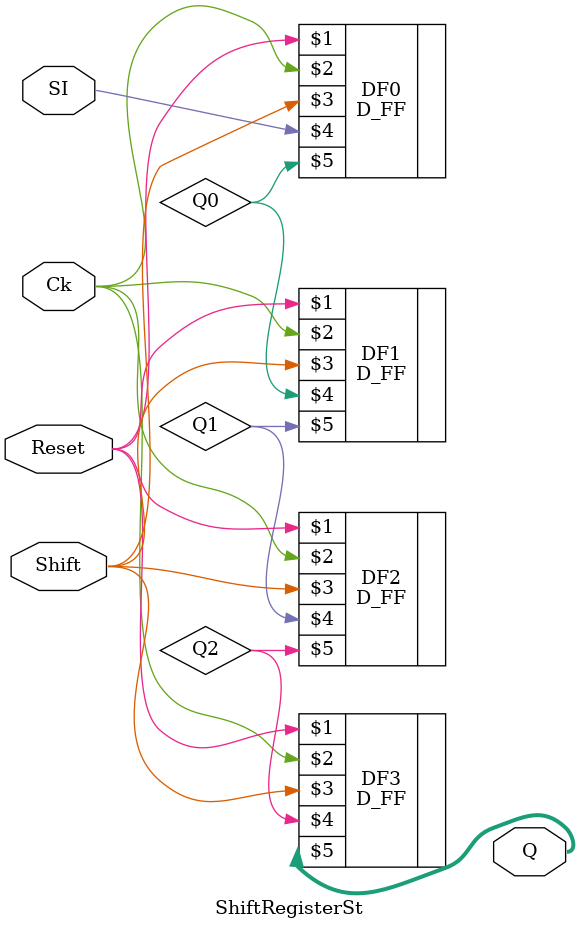
<source format=v>
`timescale 1ns/1ns

module ShiftRegisterSt (Reset, Ck, Shift, SI, Q);

input Reset, Ck, Shift, SI;
output [3:0] Q;

wire Q0, Q1, Q2;

D_FF DF0(Reset, Ck, Shift, SI, Q0);
D_FF DF1(Reset, Ck, Shift, Q0, Q1);
D_FF DF2(Reset, Ck, Shift, Q1, Q2);
D_FF DF3(Reset, Ck, Shift, Q2, Q);


endmodule

</source>
